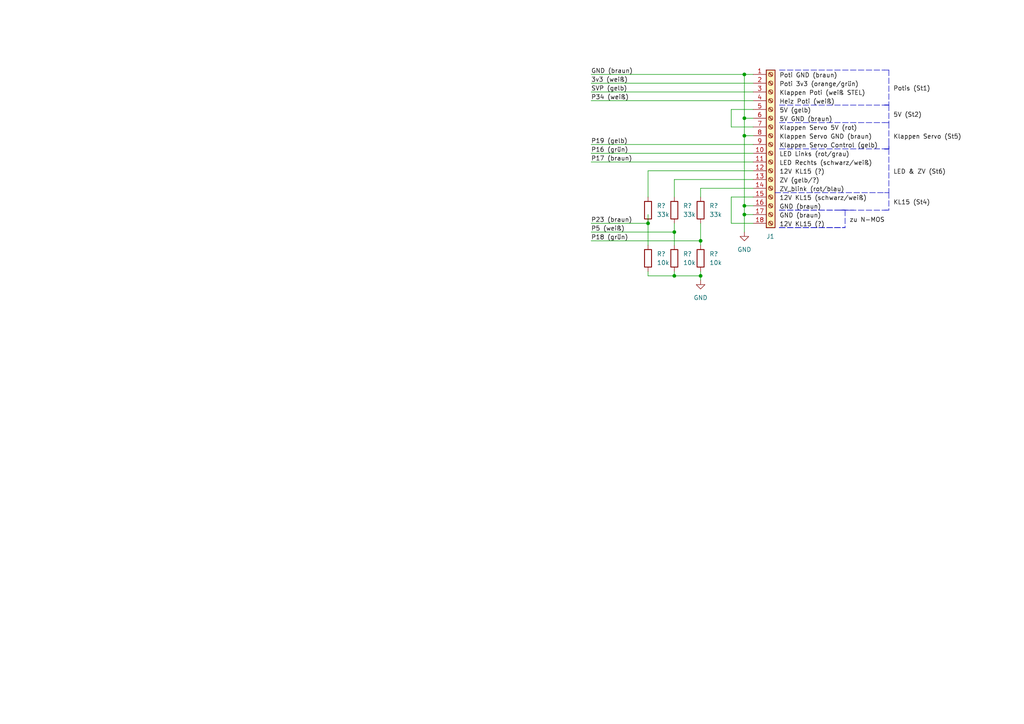
<source format=kicad_sch>
(kicad_sch (version 20211123) (generator eeschema)
  (paper "A4")
  (lib_symbols
    (symbol "Connector:Screw_Terminal_01x18" (pin_names (offset 1.016) hide)
      (property "Reference" "J" (at 0 22.86 0))
      (property "Value" "Screw_Terminal_01x18" (at 0 -25.4 0))
      (symbol "Screw_Terminal_01x18_1_1"
        (rectangle (start -1.27 21.59) (end 1.27 -24.13) (stroke (width 0.254)) (fill (type background)))
        (circle (center 0 -22.86) (radius 0.635) (stroke (width 0.1524)))
        (circle (center 0 -20.32) (radius 0.635) (stroke (width 0.1524)))
        (circle (center 0 -17.78) (radius 0.635) (stroke (width 0.1524)))
        (circle (center 0 -15.24) (radius 0.635) (stroke (width 0.1524)))
        (circle (center 0 -12.7) (radius 0.635) (stroke (width 0.1524)))
        (circle (center 0 -10.16) (radius 0.635) (stroke (width 0.1524)))
        (circle (center 0 -7.62) (radius 0.635) (stroke (width 0.1524)))
        (circle (center 0 -5.08) (radius 0.635) (stroke (width 0.1524)))
        (circle (center 0 -2.54) (radius 0.635) (stroke (width 0.1524)))
        (polyline (pts (xy -0.5334 -22.5298) (xy 0.3302 -23.368)) (stroke (width 0.1524)))
        (polyline (pts (xy -0.5334 -19.9898) (xy 0.3302 -20.828)) (stroke (width 0.1524)))
        (polyline (pts (xy -0.5334 -17.4498) (xy 0.3302 -18.288)) (stroke (width 0.1524)))
        (polyline (pts (xy -0.5334 -14.9098) (xy 0.3302 -15.748)) (stroke (width 0.1524)))
        (polyline (pts (xy -0.5334 -12.3698) (xy 0.3302 -13.208)) (stroke (width 0.1524)))
        (polyline (pts (xy -0.5334 -9.8298) (xy 0.3302 -10.668)) (stroke (width 0.1524)))
        (polyline (pts (xy -0.5334 -7.2898) (xy 0.3302 -8.128)) (stroke (width 0.1524)))
        (polyline (pts (xy -0.5334 -4.7498) (xy 0.3302 -5.588)) (stroke (width 0.1524)))
        (polyline (pts (xy -0.5334 -2.2098) (xy 0.3302 -3.048)) (stroke (width 0.1524)))
        (polyline (pts (xy -0.5334 0.3302) (xy 0.3302 -0.508)) (stroke (width 0.1524)))
        (polyline (pts (xy -0.5334 2.8702) (xy 0.3302 2.032)) (stroke (width 0.1524)))
        (polyline (pts (xy -0.5334 5.4102) (xy 0.3302 4.572)) (stroke (width 0.1524)))
        (polyline (pts (xy -0.5334 7.9502) (xy 0.3302 7.112)) (stroke (width 0.1524)))
        (polyline (pts (xy -0.5334 10.4902) (xy 0.3302 9.652)) (stroke (width 0.1524)))
        (polyline (pts (xy -0.5334 13.0302) (xy 0.3302 12.192)) (stroke (width 0.1524)))
        (polyline (pts (xy -0.5334 15.5702) (xy 0.3302 14.732)) (stroke (width 0.1524)))
        (polyline (pts (xy -0.5334 18.1102) (xy 0.3302 17.272)) (stroke (width 0.1524)))
        (polyline (pts (xy -0.5334 20.6502) (xy 0.3302 19.812)) (stroke (width 0.1524)))
        (polyline (pts (xy -0.3556 -22.352) (xy 0.508 -23.1902)) (stroke (width 0.1524)))
        (polyline (pts (xy -0.3556 -19.812) (xy 0.508 -20.6502)) (stroke (width 0.1524)))
        (polyline (pts (xy -0.3556 -17.272) (xy 0.508 -18.1102)) (stroke (width 0.1524)))
        (polyline (pts (xy -0.3556 -14.732) (xy 0.508 -15.5702)) (stroke (width 0.1524)))
        (polyline (pts (xy -0.3556 -12.192) (xy 0.508 -13.0302)) (stroke (width 0.1524)))
        (polyline (pts (xy -0.3556 -9.652) (xy 0.508 -10.4902)) (stroke (width 0.1524)))
        (polyline (pts (xy -0.3556 -7.112) (xy 0.508 -7.9502)) (stroke (width 0.1524)))
        (polyline (pts (xy -0.3556 -4.572) (xy 0.508 -5.4102)) (stroke (width 0.1524)))
        (polyline (pts (xy -0.3556 -2.032) (xy 0.508 -2.8702)) (stroke (width 0.1524)))
        (polyline (pts (xy -0.3556 0.508) (xy 0.508 -0.3302)) (stroke (width 0.1524)))
        (polyline (pts (xy -0.3556 3.048) (xy 0.508 2.2098)) (stroke (width 0.1524)))
        (polyline (pts (xy -0.3556 5.588) (xy 0.508 4.7498)) (stroke (width 0.1524)))
        (polyline (pts (xy -0.3556 8.128) (xy 0.508 7.2898)) (stroke (width 0.1524)))
        (polyline (pts (xy -0.3556 10.668) (xy 0.508 9.8298)) (stroke (width 0.1524)))
        (polyline (pts (xy -0.3556 13.208) (xy 0.508 12.3698)) (stroke (width 0.1524)))
        (polyline (pts (xy -0.3556 15.748) (xy 0.508 14.9098)) (stroke (width 0.1524)))
        (polyline (pts (xy -0.3556 18.288) (xy 0.508 17.4498)) (stroke (width 0.1524)))
        (polyline (pts (xy -0.3556 20.828) (xy 0.508 19.9898)) (stroke (width 0.1524)))
        (circle (center 0 0) (radius 0.635) (stroke (width 0.1524)))
        (circle (center 0 2.54) (radius 0.635) (stroke (width 0.1524)))
        (circle (center 0 5.08) (radius 0.635) (stroke (width 0.1524)))
        (circle (center 0 7.62) (radius 0.635) (stroke (width 0.1524)))
        (circle (center 0 10.16) (radius 0.635) (stroke (width 0.1524)))
        (circle (center 0 12.7) (radius 0.635) (stroke (width 0.1524)))
        (circle (center 0 15.24) (radius 0.635) (stroke (width 0.1524)))
        (circle (center 0 17.78) (radius 0.635) (stroke (width 0.1524)))
        (circle (center 0 20.32) (radius 0.635) (stroke (width 0.1524)))
        (pin passive line (at -5.08 20.32 0) (length 3.81) (name "Pin_1") (number "1"))
        (pin passive line (at -5.08 -2.54 0) (length 3.81) (name "Pin_10") (number "10"))
        (pin passive line (at -5.08 -5.08 0) (length 3.81) (name "Pin_11") (number "11"))
        (pin passive line (at -5.08 -7.62 0) (length 3.81) (name "Pin_12") (number "12"))
        (pin passive line (at -5.08 -10.16 0) (length 3.81) (name "Pin_13") (number "13"))
        (pin passive line (at -5.08 -12.7 0) (length 3.81) (name "Pin_14") (number "14"))
        (pin passive line (at -5.08 -15.24 0) (length 3.81) (name "Pin_15") (number "15"))
        (pin passive line (at -5.08 -17.78 0) (length 3.81) (name "Pin_16") (number "16"))
        (pin passive line (at -5.08 -20.32 0) (length 3.81) (name "Pin_17") (number "17"))
        (pin passive line (at -5.08 -22.86 0) (length 3.81) (name "Pin_18") (number "18"))
        (pin passive line (at -5.08 17.78 0) (length 3.81) (name "Pin_2") (number "2"))
        (pin passive line (at -5.08 15.24 0) (length 3.81) (name "Pin_3") (number "3"))
        (pin passive line (at -5.08 12.7 0) (length 3.81) (name "Pin_4") (number "4"))
        (pin passive line (at -5.08 10.16 0) (length 3.81) (name "Pin_5") (number "5"))
        (pin passive line (at -5.08 7.62 0) (length 3.81) (name "Pin_6") (number "6"))
        (pin passive line (at -5.08 5.08 0) (length 3.81) (name "Pin_7") (number "7"))
        (pin passive line (at -5.08 2.54 0) (length 3.81) (name "Pin_8") (number "8"))
        (pin passive line (at -5.08 0 0) (length 3.81) (name "Pin_9") (number "9"))
      )
    )
    (symbol "Device:R" (pin_numbers hide) (pin_names (offset 0))
      (property "Reference" "R" (at 2.032 0 90))
      (property "Value" "R" (at 0 0 90))
      (symbol "R_0_1"
        (rectangle (start -1.016 -2.54) (end 1.016 2.54) (stroke (width 0.254)))
      )
      (symbol "R_1_1"
        (pin passive line (at 0 3.81 270) (length 1.27) (name "~") (number "1"))
        (pin passive line (at 0 -3.81 90) (length 1.27) (name "~") (number "2"))
      )
    )
    (symbol "power:GND" (power) (pin_names (offset 0))
      (property "Value" "GND" (at 0 -3.81 0))
      (symbol "GND_0_1"
        (polyline (pts (xy 0 0) (xy 0 -1.27) (xy 1.27 -1.27) (xy 0 -2.54) (xy -1.27 -1.27) (xy 0 -1.27)))
      )
      (symbol "GND_1_1"
        (pin power_in line (at 0 0 270) (length 0) hide (name "GND") (number "1"))
      )
    )
  )
  (junction (at 215.9 39.37))
  (junction (at 187.96 64.77))
  (junction (at 203.2 80.01))
  (junction (at 215.9 62.23))
  (junction (at 203.2 69.85))
  (junction (at 215.9 59.69))
  (junction (at 195.58 80.01))
  (junction (at 195.58 67.31))
  (junction (at 215.9 34.29))
  (junction (at 215.9 21.59))
  (wire (pts (xy 187.96 80.01) (xy 195.58 80.01)))
  (polyline (pts (xy 226.06 66.04) (xy 245.11 66.04)))
  (wire (pts (xy 195.58 80.01) (xy 203.2 80.01)))
  (polyline (pts (xy 256.54 55.88) (xy 257.81 55.88)))
  (wire (pts (xy 171.45 46.99) (xy 218.44 46.99)))
  (wire (pts (xy 215.9 62.23) (xy 218.44 62.23)))
  (wire (pts (xy 187.96 62.23) (xy 187.96 64.77)))
  (wire (pts (xy 195.58 52.07) (xy 218.44 52.07)))
  (polyline (pts (xy 226.06 43.18) (xy 257.81 43.18)))
  (polyline (pts (xy 256.54 43.18) (xy 257.81 43.18)))
  (polyline (pts (xy 243.84 60.96) (xy 245.11 60.96)))
  (wire (pts (xy 212.09 64.77) (xy 218.44 64.77)))
  (polyline (pts (xy 257.81 43.18) (xy 257.81 41.91)))
  (wire (pts (xy 215.9 59.69) (xy 218.44 59.69)))
  (polyline (pts (xy 226.06 20.32) (xy 256.54 20.32)))
  (polyline (pts (xy 226.06 66.04) (xy 245.11 66.04)))
  (wire (pts (xy 171.45 21.59) (xy 215.9 21.59)))
  (wire (pts (xy 215.9 34.29) (xy 218.44 34.29)))
  (wire (pts (xy 187.96 49.53) (xy 218.44 49.53)))
  (wire (pts (xy 203.2 64.77) (xy 203.2 69.85)))
  (polyline (pts (xy 256.54 43.18) (xy 257.81 43.18)))
  (wire (pts (xy 195.58 57.15) (xy 195.58 52.07)))
  (wire (pts (xy 218.44 31.75) (xy 212.09 31.75)))
  (polyline (pts (xy 257.81 30.48) (xy 257.81 35.56)))
  (polyline (pts (xy 256.54 20.32) (xy 257.81 20.32)))
  (polyline (pts (xy 226.06 66.04) (xy 245.11 66.04)))
  (wire (pts (xy 215.9 62.23) (xy 215.9 67.31)))
  (wire (pts (xy 171.45 44.45) (xy 218.44 44.45)))
  (polyline (pts (xy 257.81 55.88) (xy 257.81 60.96)))
  (wire (pts (xy 171.45 41.91) (xy 218.44 41.91)))
  (wire (pts (xy 215.9 39.37) (xy 215.9 59.69)))
  (wire (pts (xy 187.96 78.74) (xy 187.96 80.01)))
  (wire (pts (xy 212.09 31.75) (xy 212.09 36.83)))
  (wire (pts (xy 218.44 57.15) (xy 212.09 57.15)))
  (wire (pts (xy 203.2 80.01) (xy 203.2 81.28)))
  (wire (pts (xy 171.45 26.67) (xy 218.44 26.67)))
  (wire (pts (xy 171.45 29.21) (xy 218.44 29.21)))
  (wire (pts (xy 215.9 21.59) (xy 215.9 34.29)))
  (wire (pts (xy 203.2 57.15) (xy 203.2 54.61)))
  (wire (pts (xy 218.44 21.59) (xy 215.9 21.59)))
  (polyline (pts (xy 256.54 30.48) (xy 257.81 30.48)))
  (wire (pts (xy 215.9 59.69) (xy 215.9 62.23)))
  (polyline (pts (xy 256.54 60.96) (xy 257.81 60.96)))
  (polyline (pts (xy 226.06 66.04) (xy 245.11 66.04)))
  (wire (pts (xy 203.2 54.61) (xy 218.44 54.61)))
  (polyline (pts (xy 256.54 43.18) (xy 257.81 43.18)))
  (polyline (pts (xy 245.11 60.96) (xy 245.11 66.04)))
  (wire (pts (xy 195.58 67.31) (xy 195.58 71.12)))
  (wire (pts (xy 215.9 39.37) (xy 218.44 39.37)))
  (polyline (pts (xy 243.84 60.96) (xy 247.65 60.96)))
  (polyline (pts (xy 226.06 60.96) (xy 257.81 60.96)))
  (polyline (pts (xy 257.81 35.56) (xy 257.81 43.18)))
  (wire (pts (xy 195.58 78.74) (xy 195.58 80.01)))
  (wire (pts (xy 187.96 57.15) (xy 187.96 49.53)))
  (wire (pts (xy 203.2 69.85) (xy 203.2 71.12)))
  (polyline (pts (xy 243.84 60.96) (xy 245.11 60.96)))
  (wire (pts (xy 195.58 64.77) (xy 195.58 67.31)))
  (polyline (pts (xy 257.81 20.32) (xy 257.81 30.48)))
  (wire (pts (xy 171.45 64.77) (xy 187.96 64.77)))
  (wire (pts (xy 171.45 69.85) (xy 203.2 69.85)))
  (wire (pts (xy 187.96 64.77) (xy 187.96 71.12)))
  (polyline (pts (xy 226.06 30.48) (xy 257.81 30.48)))
  (polyline (pts (xy 257.81 43.18) (xy 257.81 55.88)))
  (polyline (pts (xy 256.54 43.18) (xy 257.81 43.18)))
  (wire (pts (xy 212.09 36.83) (xy 218.44 36.83)))
  (polyline (pts (xy 226.06 35.56) (xy 256.54 35.56)))
  (polyline (pts (xy 256.54 35.56) (xy 257.81 35.56)))
  (wire (pts (xy 203.2 80.01) (xy 203.2 78.74)))
  (polyline (pts (xy 256.54 30.48) (xy 257.81 30.48)))
  (wire (pts (xy 212.09 57.15) (xy 212.09 64.77)))
  (polyline (pts (xy 226.06 66.04) (xy 245.11 66.04)))
  (polyline (pts (xy 224.79 55.88) (xy 256.54 55.88)))
  (wire (pts (xy 171.45 67.31) (xy 195.58 67.31)))
  (wire (pts (xy 171.45 24.13) (xy 218.44 24.13)))
  (polyline (pts (xy 226.06 60.96) (xy 246.38 60.96)))
  (wire (pts (xy 215.9 34.29) (xy 215.9 39.37)))
  (label "Klappen Servo (St5)" (at 259.08 40.64 0))
  (label "Poti 3v3 (orange{slash}grün)" (at 226.06 25.4 0))
  (label "LED Rechts (schwarz{slash}weiß)" (at 226.06 48.26 0))
  (label "Klappen Servo 5V (rot)" (at 226.06 38.1 0))
  (label "Heiz Poti (weiß)" (at 226.06 30.48 0))
  (label "ZV (gelb{slash}?)" (at 226.06 53.34 0))
  (label "12V KL15 (schwarz{slash}weiß)" (at 226.06 58.42 0))
  (label "Potis (St1)" (at 259.08 26.67 0))
  (label "P23 (braun)" (at 171.45 64.77 0))
  (label "12V KL15 (?)" (at 226.06 66.04 0))
  (label "12V KL15 (?)" (at 226.06 50.8 0))
  (label "P19 (gelb)" (at 171.45 41.91 0))
  (label "5V (St2)" (at 259.08 34.29 0))
  (label "P18 (grün)" (at 171.45 69.85 0))
  (label "GND (braun)" (at 171.45 21.59 0))
  (label "SVP (gelb)" (at 171.45 26.67 0))
  (label "P34 (weiß)" (at 171.45 29.21 0))
  (label "KL15 (St4)" (at 259.08 59.69 0))
  (label "ZV_blink (rot{slash}blau)" (at 226.06 55.88 0))
  (label "3v3 (weiß)" (at 171.45 24.13 0))
  (label "Poti GND (braun)" (at 226.06 22.86 0))
  (label "5V GND (braun)" (at 226.06 35.56 0))
  (label "5V (gelb)" (at 226.06 33.02 0))
  (label "GND (braun)" (at 226.06 60.96 0))
  (label "Klappen Poti (weiß STEL)" (at 226.06 27.94 0))
  (label "P17 (braun)" (at 171.45 46.99 0))
  (label "Klappen Servo Control (gelb)" (at 226.06 43.18 0))
  (label "P16 (grün)" (at 171.45 44.45 0))
  (label "LED Links (rot{slash}grau)" (at 226.06 45.72 0))
  (label "zu N-MOS" (at 246.38 64.77 0))
  (label "P5 (weiß)" (at 171.45 67.31 0))
  (label "Klappen Servo GND (braun)" (at 226.06 40.64 0))
  (label "GND (braun)" (at 226.06 63.5 0))
  (label "LED & ZV (St6)" (at 259.08 50.8 0))
  (symbol (lib_id "power:GND") (at 203.2 81.28 0) (unit 1)
    (property "Reference" "#PWR?" (effects hide))
    (property "Value" "GND" (at 203.2 86.36 0))
  )
  (symbol (lib_id "Device:R") (at 203.2 74.93 0) (unit 1)
    (property "Reference" "R?" (at 205.74 73.6599 0) (effects (justify left)))
    (property "Value" "10k" (at 205.74 76.1999 0) (effects (justify left)))
  )
  (symbol (lib_id "Device:R") (at 195.58 74.93 0) (unit 1)
    (property "Reference" "R?" (at 198.12 73.6599 0) (effects (justify left)))
    (property "Value" "10k" (at 198.12 76.1999 0) (effects (justify left)))
  )
  (symbol (lib_id "Device:R") (at 203.2 60.96 0) (unit 1)
    (property "Reference" "R?" (at 205.74 59.6899 0) (effects (justify left)))
    (property "Value" "33k" (at 205.74 62.2299 0) (effects (justify left)))
  )
  (symbol (lib_id "power:GND") (at 215.9 67.31 0) (unit 1)
    (property "Reference" "#PWR?" (effects hide))
    (property "Value" "GND" (at 215.9 72.39 0))
  )
  (symbol (lib_id "Device:R") (at 195.58 60.96 0) (unit 1)
    (property "Reference" "R?" (at 198.12 59.6899 0) (effects (justify left)))
    (property "Value" "33k" (at 198.12 62.2299 0) (effects (justify left)))
  )
  (symbol (lib_id "Device:R") (at 187.96 74.93 0) (unit 1)
    (property "Reference" "R?" (at 190.5 73.6599 0) (effects (justify left)))
    (property "Value" "10k" (at 190.5 76.1999 0) (effects (justify left)))
  )
  (symbol (lib_id "Connector:Screw_Terminal_01x18") (at 223.52 41.91 0) (unit 1)
    (property "Reference" "J1" (at 222.25 68.58 0) (effects (justify left)))
    (property "Value" "Screw_Terminal_01x18" (effects hide))
  )
  (symbol (lib_id "Device:R") (at -85.09 -63.5 0) (unit 1)
    (property "Reference" "R?" (at -81.28 -64.7701 0) (effects (justify left)))
    (property "Value" "R" (at -81.28 -62.2301 0) (effects (justify left)))
  )
  (symbol (lib_id "Device:R") (at 187.96 60.96 0) (unit 1)
    (property "Reference" "R?" (at 190.5 59.6899 0) (effects (justify left)))
    (property "Value" "33k" (at 190.5 62.2299 0) (effects (justify left)))
  )
)
</source>
